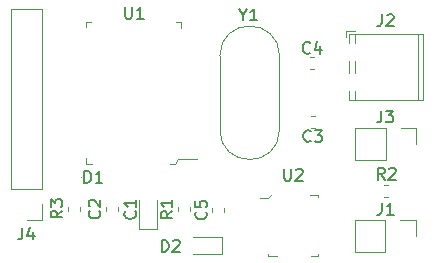
<source format=gto>
G04 #@! TF.GenerationSoftware,KiCad,Pcbnew,(5.0.1)-4*
G04 #@! TF.CreationDate,2018-11-19T23:15:06-05:00*
G04 #@! TF.ProjectId,CAN_Bus_Arduino,43414E5F4275735F41726475696E6F2E,rev?*
G04 #@! TF.SameCoordinates,Original*
G04 #@! TF.FileFunction,Legend,Top*
G04 #@! TF.FilePolarity,Positive*
%FSLAX46Y46*%
G04 Gerber Fmt 4.6, Leading zero omitted, Abs format (unit mm)*
G04 Created by KiCad (PCBNEW (5.0.1)-4) date 2018-11-19 11:15:06 PM*
%MOMM*%
%LPD*%
G01*
G04 APERTURE LIST*
%ADD10C,0.100000*%
%ADD11C,0.120000*%
%ADD12C,0.150000*%
G04 APERTURE END LIST*
D10*
G04 #@! TO.C,U2*
X226375000Y-122950000D02*
X226375000Y-123150000D01*
X226375000Y-123150000D02*
X227075000Y-123150000D01*
X230575000Y-122950000D02*
X230575000Y-123150000D01*
X230575000Y-123150000D02*
X229975000Y-123150000D01*
X229875000Y-117950000D02*
X230575000Y-117950000D01*
X230575000Y-117950000D02*
X230575000Y-118150000D01*
X226675000Y-117930000D02*
X226375000Y-118230000D01*
X226375000Y-118230000D02*
X225675000Y-118230000D01*
D11*
G04 #@! TO.C,J2*
X233747000Y-104307200D02*
X233747000Y-105077200D01*
X233747000Y-106657200D02*
X233747000Y-107617200D01*
X233747000Y-109197200D02*
X233747000Y-109967200D01*
X239047000Y-104307200D02*
X239047000Y-109967200D01*
X239507000Y-104307200D02*
X239507000Y-109967200D01*
X233187000Y-104307200D02*
X233187000Y-105077200D01*
X233187000Y-106657200D02*
X233187000Y-107617200D01*
X233187000Y-109197200D02*
X233187000Y-109967200D01*
X239507000Y-104307200D02*
X233187000Y-104307200D01*
X239507000Y-109967200D02*
X233187000Y-109967200D01*
X233687000Y-104067200D02*
X232947000Y-104067200D01*
X232947000Y-104067200D02*
X232947000Y-104567200D01*
G04 #@! TO.C,C1*
X215415837Y-118391907D02*
X215415837Y-120876907D01*
X215415837Y-120876907D02*
X216985837Y-120876907D01*
X216985837Y-120876907D02*
X216985837Y-118391907D01*
G04 #@! TO.C,C2*
X213637437Y-119312374D02*
X213637437Y-118969840D01*
X212617437Y-119312374D02*
X212617437Y-118969840D01*
G04 #@! TO.C,C3*
X230295267Y-112270000D02*
X229952733Y-112270000D01*
X230295267Y-111250000D02*
X229952733Y-111250000D01*
G04 #@! TO.C,C4*
X230244467Y-106322400D02*
X229901933Y-106322400D01*
X230244467Y-107342400D02*
X229901933Y-107342400D01*
G04 #@! TO.C,C5*
X221638400Y-119398867D02*
X221638400Y-119056333D01*
X222658400Y-119398867D02*
X222658400Y-119056333D01*
D10*
G04 #@! TO.C,D1*
X210537600Y-116484400D02*
G75*
G03X210537600Y-116484400I-50000J0D01*
G01*
D11*
G04 #@! TO.C,D2*
X219976800Y-123010600D02*
X222436800Y-123010600D01*
X222436800Y-123010600D02*
X222436800Y-121540600D01*
X222436800Y-121540600D02*
X219976800Y-121540600D01*
G04 #@! TO.C,J1*
X233670800Y-120132800D02*
X233670800Y-122792800D01*
X236270800Y-120132800D02*
X233670800Y-120132800D01*
X236270800Y-122792800D02*
X233670800Y-122792800D01*
X236270800Y-120132800D02*
X236270800Y-122792800D01*
X237540800Y-120132800D02*
X238870800Y-120132800D01*
X238870800Y-120132800D02*
X238870800Y-121462800D01*
G04 #@! TO.C,J3*
X238896200Y-112335000D02*
X238896200Y-113665000D01*
X237566200Y-112335000D02*
X238896200Y-112335000D01*
X236296200Y-112335000D02*
X236296200Y-114995000D01*
X236296200Y-114995000D02*
X233696200Y-114995000D01*
X236296200Y-112335000D02*
X233696200Y-112335000D01*
X233696200Y-112335000D02*
X233696200Y-114995000D01*
G04 #@! TO.C,J4*
X207247800Y-102200400D02*
X204587800Y-102200400D01*
X207247800Y-117500400D02*
X207247800Y-102200400D01*
X204587800Y-117500400D02*
X204587800Y-102200400D01*
X207247800Y-117500400D02*
X204587800Y-117500400D01*
X207247800Y-118770400D02*
X207247800Y-120100400D01*
X207247800Y-120100400D02*
X205917800Y-120100400D01*
G04 #@! TO.C,R1*
X218713437Y-119363174D02*
X218713437Y-119020640D01*
X219733437Y-119363174D02*
X219733437Y-119020640D01*
G04 #@! TO.C,R2*
X236201133Y-117142800D02*
X236543667Y-117142800D01*
X236201133Y-118162800D02*
X236543667Y-118162800D01*
G04 #@! TO.C,R3*
X210415600Y-119297267D02*
X210415600Y-118954733D01*
X209395600Y-119297267D02*
X209395600Y-118954733D01*
D10*
G04 #@! TO.C,U1*
X218034800Y-115321600D02*
X218434800Y-115321600D01*
X218434800Y-115321600D02*
X218734800Y-114921600D01*
X218734800Y-114921600D02*
X220334800Y-114921600D01*
X210934800Y-114821600D02*
X210934800Y-115321600D01*
X210934800Y-115321600D02*
X211434800Y-115321600D01*
X218934800Y-103821600D02*
X218934800Y-103321600D01*
X218934800Y-103321600D02*
X218534800Y-103321600D01*
X210934800Y-103721600D02*
X210934800Y-103321600D01*
X210934800Y-103321600D02*
X211334800Y-103321600D01*
D11*
G04 #@! TO.C,Y1*
X222265000Y-112445000D02*
X222265000Y-106195000D01*
X227315000Y-112445000D02*
X227315000Y-106195000D01*
X227315000Y-112445000D02*
G75*
G02X222265000Y-112445000I-2525000J0D01*
G01*
X227315000Y-106195000D02*
G75*
G03X222265000Y-106195000I-2525000J0D01*
G01*
G04 #@! TO.C,U2*
D12*
X227713095Y-115752380D02*
X227713095Y-116561904D01*
X227760714Y-116657142D01*
X227808333Y-116704761D01*
X227903571Y-116752380D01*
X228094047Y-116752380D01*
X228189285Y-116704761D01*
X228236904Y-116657142D01*
X228284523Y-116561904D01*
X228284523Y-115752380D01*
X228713095Y-115847619D02*
X228760714Y-115800000D01*
X228855952Y-115752380D01*
X229094047Y-115752380D01*
X229189285Y-115800000D01*
X229236904Y-115847619D01*
X229284523Y-115942857D01*
X229284523Y-116038095D01*
X229236904Y-116180952D01*
X228665476Y-116752380D01*
X229284523Y-116752380D01*
G04 #@! TO.C,J2*
X235988266Y-102677980D02*
X235988266Y-103392266D01*
X235940647Y-103535123D01*
X235845409Y-103630361D01*
X235702552Y-103677980D01*
X235607314Y-103677980D01*
X236416838Y-102773219D02*
X236464457Y-102725600D01*
X236559695Y-102677980D01*
X236797790Y-102677980D01*
X236893028Y-102725600D01*
X236940647Y-102773219D01*
X236988266Y-102868457D01*
X236988266Y-102963695D01*
X236940647Y-103106552D01*
X236369219Y-103677980D01*
X236988266Y-103677980D01*
G04 #@! TO.C,C1*
X215077979Y-119358573D02*
X215125598Y-119406192D01*
X215173217Y-119549049D01*
X215173217Y-119644287D01*
X215125598Y-119787145D01*
X215030360Y-119882383D01*
X214935122Y-119930002D01*
X214744646Y-119977621D01*
X214601789Y-119977621D01*
X214411313Y-119930002D01*
X214316075Y-119882383D01*
X214220837Y-119787145D01*
X214173217Y-119644287D01*
X214173217Y-119549049D01*
X214220837Y-119406192D01*
X214268456Y-119358573D01*
X215173217Y-118406192D02*
X215173217Y-118977621D01*
X215173217Y-118691907D02*
X214173217Y-118691907D01*
X214316075Y-118787145D01*
X214411313Y-118882383D01*
X214458932Y-118977621D01*
G04 #@! TO.C,C2*
X212054579Y-119307773D02*
X212102198Y-119355392D01*
X212149817Y-119498249D01*
X212149817Y-119593487D01*
X212102198Y-119736345D01*
X212006960Y-119831583D01*
X211911722Y-119879202D01*
X211721246Y-119926821D01*
X211578389Y-119926821D01*
X211387913Y-119879202D01*
X211292675Y-119831583D01*
X211197437Y-119736345D01*
X211149817Y-119593487D01*
X211149817Y-119498249D01*
X211197437Y-119355392D01*
X211245056Y-119307773D01*
X211245056Y-118926821D02*
X211197437Y-118879202D01*
X211149817Y-118783964D01*
X211149817Y-118545868D01*
X211197437Y-118450630D01*
X211245056Y-118403011D01*
X211340294Y-118355392D01*
X211435532Y-118355392D01*
X211578389Y-118403011D01*
X212149817Y-118974440D01*
X212149817Y-118355392D01*
G04 #@! TO.C,C3*
X229957333Y-113387142D02*
X229909714Y-113434761D01*
X229766857Y-113482380D01*
X229671619Y-113482380D01*
X229528761Y-113434761D01*
X229433523Y-113339523D01*
X229385904Y-113244285D01*
X229338285Y-113053809D01*
X229338285Y-112910952D01*
X229385904Y-112720476D01*
X229433523Y-112625238D01*
X229528761Y-112530000D01*
X229671619Y-112482380D01*
X229766857Y-112482380D01*
X229909714Y-112530000D01*
X229957333Y-112577619D01*
X230290666Y-112482380D02*
X230909714Y-112482380D01*
X230576380Y-112863333D01*
X230719238Y-112863333D01*
X230814476Y-112910952D01*
X230862095Y-112958571D01*
X230909714Y-113053809D01*
X230909714Y-113291904D01*
X230862095Y-113387142D01*
X230814476Y-113434761D01*
X230719238Y-113482380D01*
X230433523Y-113482380D01*
X230338285Y-113434761D01*
X230290666Y-113387142D01*
G04 #@! TO.C,C4*
X229906533Y-105919542D02*
X229858914Y-105967161D01*
X229716057Y-106014780D01*
X229620819Y-106014780D01*
X229477961Y-105967161D01*
X229382723Y-105871923D01*
X229335104Y-105776685D01*
X229287485Y-105586209D01*
X229287485Y-105443352D01*
X229335104Y-105252876D01*
X229382723Y-105157638D01*
X229477961Y-105062400D01*
X229620819Y-105014780D01*
X229716057Y-105014780D01*
X229858914Y-105062400D01*
X229906533Y-105110019D01*
X230763676Y-105348114D02*
X230763676Y-106014780D01*
X230525580Y-104967161D02*
X230287485Y-105681447D01*
X230906533Y-105681447D01*
G04 #@! TO.C,C5*
X221075542Y-119394266D02*
X221123161Y-119441885D01*
X221170780Y-119584742D01*
X221170780Y-119679980D01*
X221123161Y-119822838D01*
X221027923Y-119918076D01*
X220932685Y-119965695D01*
X220742209Y-120013314D01*
X220599352Y-120013314D01*
X220408876Y-119965695D01*
X220313638Y-119918076D01*
X220218400Y-119822838D01*
X220170780Y-119679980D01*
X220170780Y-119584742D01*
X220218400Y-119441885D01*
X220266019Y-119394266D01*
X220170780Y-118489504D02*
X220170780Y-118965695D01*
X220646971Y-119013314D01*
X220599352Y-118965695D01*
X220551733Y-118870457D01*
X220551733Y-118632361D01*
X220599352Y-118537123D01*
X220646971Y-118489504D01*
X220742209Y-118441885D01*
X220980304Y-118441885D01*
X221075542Y-118489504D01*
X221123161Y-118537123D01*
X221170780Y-118632361D01*
X221170780Y-118870457D01*
X221123161Y-118965695D01*
X221075542Y-119013314D01*
G04 #@! TO.C,D1*
X210793104Y-116936780D02*
X210793104Y-115936780D01*
X211031200Y-115936780D01*
X211174057Y-115984400D01*
X211269295Y-116079638D01*
X211316914Y-116174876D01*
X211364533Y-116365352D01*
X211364533Y-116508209D01*
X211316914Y-116698685D01*
X211269295Y-116793923D01*
X211174057Y-116889161D01*
X211031200Y-116936780D01*
X210793104Y-116936780D01*
X212316914Y-116936780D02*
X211745485Y-116936780D01*
X212031200Y-116936780D02*
X212031200Y-115936780D01*
X211935961Y-116079638D01*
X211840723Y-116174876D01*
X211745485Y-116222495D01*
G04 #@! TO.C,D2*
X217346304Y-122778780D02*
X217346304Y-121778780D01*
X217584400Y-121778780D01*
X217727257Y-121826400D01*
X217822495Y-121921638D01*
X217870114Y-122016876D01*
X217917733Y-122207352D01*
X217917733Y-122350209D01*
X217870114Y-122540685D01*
X217822495Y-122635923D01*
X217727257Y-122731161D01*
X217584400Y-122778780D01*
X217346304Y-122778780D01*
X218298685Y-121874019D02*
X218346304Y-121826400D01*
X218441542Y-121778780D01*
X218679638Y-121778780D01*
X218774876Y-121826400D01*
X218822495Y-121874019D01*
X218870114Y-121969257D01*
X218870114Y-122064495D01*
X218822495Y-122207352D01*
X218251066Y-122778780D01*
X218870114Y-122778780D01*
G04 #@! TO.C,J1*
X235988266Y-118654580D02*
X235988266Y-119368866D01*
X235940647Y-119511723D01*
X235845409Y-119606961D01*
X235702552Y-119654580D01*
X235607314Y-119654580D01*
X236988266Y-119654580D02*
X236416838Y-119654580D01*
X236702552Y-119654580D02*
X236702552Y-118654580D01*
X236607314Y-118797438D01*
X236512076Y-118892676D01*
X236416838Y-118940295D01*
G04 #@! TO.C,J3*
X235937466Y-110831380D02*
X235937466Y-111545666D01*
X235889847Y-111688523D01*
X235794609Y-111783761D01*
X235651752Y-111831380D01*
X235556514Y-111831380D01*
X236318419Y-110831380D02*
X236937466Y-110831380D01*
X236604133Y-111212333D01*
X236746990Y-111212333D01*
X236842228Y-111259952D01*
X236889847Y-111307571D01*
X236937466Y-111402809D01*
X236937466Y-111640904D01*
X236889847Y-111736142D01*
X236842228Y-111783761D01*
X236746990Y-111831380D01*
X236461276Y-111831380D01*
X236366038Y-111783761D01*
X236318419Y-111736142D01*
G04 #@! TO.C,J4*
X205533666Y-120737380D02*
X205533666Y-121451666D01*
X205486047Y-121594523D01*
X205390809Y-121689761D01*
X205247952Y-121737380D01*
X205152714Y-121737380D01*
X206438428Y-121070714D02*
X206438428Y-121737380D01*
X206200333Y-120689761D02*
X205962238Y-121404047D01*
X206581285Y-121404047D01*
G04 #@! TO.C,R1*
X218245817Y-119358573D02*
X217769627Y-119691907D01*
X218245817Y-119930002D02*
X217245817Y-119930002D01*
X217245817Y-119549049D01*
X217293437Y-119453811D01*
X217341056Y-119406192D01*
X217436294Y-119358573D01*
X217579151Y-119358573D01*
X217674389Y-119406192D01*
X217722008Y-119453811D01*
X217769627Y-119549049D01*
X217769627Y-119930002D01*
X218245817Y-118406192D02*
X218245817Y-118977621D01*
X218245817Y-118691907D02*
X217245817Y-118691907D01*
X217388675Y-118787145D01*
X217483913Y-118882383D01*
X217531532Y-118977621D01*
G04 #@! TO.C,R2*
X236205733Y-116675180D02*
X235872400Y-116198990D01*
X235634304Y-116675180D02*
X235634304Y-115675180D01*
X236015257Y-115675180D01*
X236110495Y-115722800D01*
X236158114Y-115770419D01*
X236205733Y-115865657D01*
X236205733Y-116008514D01*
X236158114Y-116103752D01*
X236110495Y-116151371D01*
X236015257Y-116198990D01*
X235634304Y-116198990D01*
X236586685Y-115770419D02*
X236634304Y-115722800D01*
X236729542Y-115675180D01*
X236967638Y-115675180D01*
X237062876Y-115722800D01*
X237110495Y-115770419D01*
X237158114Y-115865657D01*
X237158114Y-115960895D01*
X237110495Y-116103752D01*
X236539066Y-116675180D01*
X237158114Y-116675180D01*
G04 #@! TO.C,R3*
X208927980Y-119292666D02*
X208451790Y-119626000D01*
X208927980Y-119864095D02*
X207927980Y-119864095D01*
X207927980Y-119483142D01*
X207975600Y-119387904D01*
X208023219Y-119340285D01*
X208118457Y-119292666D01*
X208261314Y-119292666D01*
X208356552Y-119340285D01*
X208404171Y-119387904D01*
X208451790Y-119483142D01*
X208451790Y-119864095D01*
X207927980Y-118959333D02*
X207927980Y-118340285D01*
X208308933Y-118673619D01*
X208308933Y-118530761D01*
X208356552Y-118435523D01*
X208404171Y-118387904D01*
X208499409Y-118340285D01*
X208737504Y-118340285D01*
X208832742Y-118387904D01*
X208880361Y-118435523D01*
X208927980Y-118530761D01*
X208927980Y-118816476D01*
X208880361Y-118911714D01*
X208832742Y-118959333D01*
G04 #@! TO.C,U1*
X214249095Y-102042980D02*
X214249095Y-102852504D01*
X214296714Y-102947742D01*
X214344333Y-102995361D01*
X214439571Y-103042980D01*
X214630047Y-103042980D01*
X214725285Y-102995361D01*
X214772904Y-102947742D01*
X214820523Y-102852504D01*
X214820523Y-102042980D01*
X215820523Y-103042980D02*
X215249095Y-103042980D01*
X215534809Y-103042980D02*
X215534809Y-102042980D01*
X215439571Y-102185838D01*
X215344333Y-102281076D01*
X215249095Y-102328695D01*
G04 #@! TO.C,Y1*
X224237609Y-102719190D02*
X224237609Y-103195380D01*
X223904276Y-102195380D02*
X224237609Y-102719190D01*
X224570942Y-102195380D01*
X225428085Y-103195380D02*
X224856657Y-103195380D01*
X225142371Y-103195380D02*
X225142371Y-102195380D01*
X225047133Y-102338238D01*
X224951895Y-102433476D01*
X224856657Y-102481095D01*
G04 #@! TD*
M02*

</source>
